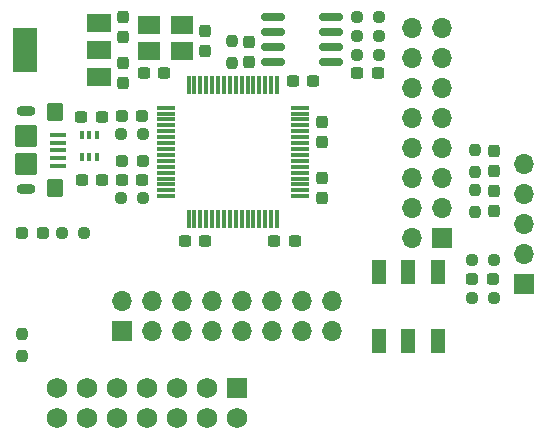
<source format=gts>
G04 #@! TF.GenerationSoftware,KiCad,Pcbnew,7.0.8*
G04 #@! TF.CreationDate,2024-04-19T19:41:21-04:00*
G04 #@! TF.ProjectId,programmer,70726f67-7261-46d6-9d65-722e6b696361,rev?*
G04 #@! TF.SameCoordinates,Original*
G04 #@! TF.FileFunction,Soldermask,Top*
G04 #@! TF.FilePolarity,Negative*
%FSLAX46Y46*%
G04 Gerber Fmt 4.6, Leading zero omitted, Abs format (unit mm)*
G04 Created by KiCad (PCBNEW 7.0.8) date 2024-04-19 19:41:21*
%MOMM*%
%LPD*%
G01*
G04 APERTURE LIST*
G04 Aperture macros list*
%AMRoundRect*
0 Rectangle with rounded corners*
0 $1 Rounding radius*
0 $2 $3 $4 $5 $6 $7 $8 $9 X,Y pos of 4 corners*
0 Add a 4 corners polygon primitive as box body*
4,1,4,$2,$3,$4,$5,$6,$7,$8,$9,$2,$3,0*
0 Add four circle primitives for the rounded corners*
1,1,$1+$1,$2,$3*
1,1,$1+$1,$4,$5*
1,1,$1+$1,$6,$7*
1,1,$1+$1,$8,$9*
0 Add four rect primitives between the rounded corners*
20,1,$1+$1,$2,$3,$4,$5,0*
20,1,$1+$1,$4,$5,$6,$7,0*
20,1,$1+$1,$6,$7,$8,$9,0*
20,1,$1+$1,$8,$9,$2,$3,0*%
G04 Aperture macros list end*
%ADD10RoundRect,0.237500X-0.250000X-0.237500X0.250000X-0.237500X0.250000X0.237500X-0.250000X0.237500X0*%
%ADD11RoundRect,0.237500X-0.300000X-0.237500X0.300000X-0.237500X0.300000X0.237500X-0.300000X0.237500X0*%
%ADD12R,1.700000X1.700000*%
%ADD13O,1.700000X1.700000*%
%ADD14RoundRect,0.237500X-0.237500X0.250000X-0.237500X-0.250000X0.237500X-0.250000X0.237500X0.250000X0*%
%ADD15RoundRect,0.237500X0.287500X0.237500X-0.287500X0.237500X-0.287500X-0.237500X0.287500X-0.237500X0*%
%ADD16R,2.000000X1.500000*%
%ADD17R,2.000000X3.800000*%
%ADD18RoundRect,0.237500X0.237500X-0.287500X0.237500X0.287500X-0.237500X0.287500X-0.237500X-0.287500X0*%
%ADD19RoundRect,0.237500X0.300000X0.237500X-0.300000X0.237500X-0.300000X-0.237500X0.300000X-0.237500X0*%
%ADD20RoundRect,0.150000X-0.825000X-0.150000X0.825000X-0.150000X0.825000X0.150000X-0.825000X0.150000X0*%
%ADD21R,1.200000X2.000000*%
%ADD22RoundRect,0.237500X0.237500X-0.250000X0.237500X0.250000X-0.237500X0.250000X-0.237500X-0.250000X0*%
%ADD23RoundRect,0.237500X0.250000X0.237500X-0.250000X0.237500X-0.250000X-0.237500X0.250000X-0.237500X0*%
%ADD24RoundRect,0.237500X0.237500X-0.300000X0.237500X0.300000X-0.237500X0.300000X-0.237500X-0.300000X0*%
%ADD25R,1.950000X1.650000*%
%ADD26RoundRect,0.075000X-0.700000X-0.075000X0.700000X-0.075000X0.700000X0.075000X-0.700000X0.075000X0*%
%ADD27RoundRect,0.075000X-0.075000X-0.700000X0.075000X-0.700000X0.075000X0.700000X-0.075000X0.700000X0*%
%ADD28RoundRect,0.237500X-0.237500X0.287500X-0.237500X-0.287500X0.237500X-0.287500X0.237500X0.287500X0*%
%ADD29RoundRect,0.237500X-0.237500X0.300000X-0.237500X-0.300000X0.237500X-0.300000X0.237500X0.300000X0*%
%ADD30R,0.400000X0.650000*%
%ADD31RoundRect,0.100000X-0.575000X0.100000X-0.575000X-0.100000X0.575000X-0.100000X0.575000X0.100000X0*%
%ADD32RoundRect,0.250000X-0.450000X0.550000X-0.450000X-0.550000X0.450000X-0.550000X0.450000X0.550000X0*%
%ADD33RoundRect,0.250000X-0.700000X0.700000X-0.700000X-0.700000X0.700000X-0.700000X0.700000X0.700000X0*%
%ADD34O,1.600000X0.900000*%
%ADD35RoundRect,0.102000X-0.765000X-0.765000X0.765000X-0.765000X0.765000X0.765000X-0.765000X0.765000X0*%
%ADD36C,1.734000*%
G04 APERTURE END LIST*
D10*
X106487500Y-73956442D03*
X108312500Y-73956442D03*
D11*
X103096183Y-72492595D03*
X104821183Y-72492595D03*
D12*
X106560000Y-90600000D03*
D13*
X106560000Y-88060000D03*
X109100000Y-90600000D03*
X109100000Y-88060000D03*
X111640000Y-90600000D03*
X111640000Y-88060000D03*
X114180000Y-90600000D03*
X114180000Y-88060000D03*
X116720000Y-90600000D03*
X116720000Y-88060000D03*
X119260000Y-90600000D03*
X119260000Y-88060000D03*
X121800000Y-90600000D03*
X121800000Y-88060000D03*
X124340000Y-90600000D03*
X124340000Y-88060000D03*
D14*
X136400000Y-78700000D03*
X136400000Y-80525000D03*
D15*
X99868514Y-82330000D03*
X98118514Y-82330000D03*
D16*
X104618135Y-69099840D03*
X104618135Y-66799840D03*
X104618135Y-64499840D03*
D17*
X98318135Y-66799840D03*
D10*
X106478919Y-79322778D03*
X108303919Y-79322778D03*
D15*
X108270350Y-72400000D03*
X106520350Y-72400000D03*
D11*
X121000000Y-69400000D03*
X122725000Y-69400000D03*
D18*
X138000000Y-77087500D03*
X138000000Y-75337500D03*
D15*
X108279730Y-76190619D03*
X106529730Y-76190619D03*
D11*
X126475000Y-68800000D03*
X128200000Y-68800000D03*
D19*
X113600000Y-83000000D03*
X111875000Y-83000000D03*
D10*
X126462500Y-64000000D03*
X128287500Y-64000000D03*
D20*
X119325000Y-64032500D03*
X119325000Y-65302500D03*
X119325000Y-66572500D03*
X119325000Y-67842500D03*
X124275000Y-67842500D03*
X124275000Y-66572500D03*
X124275000Y-65302500D03*
X124275000Y-64032500D03*
D21*
X128300000Y-85628958D03*
X130800000Y-85628958D03*
X133300000Y-85628958D03*
X128300000Y-91428958D03*
X130800000Y-91428958D03*
X133300000Y-91428958D03*
D22*
X136400000Y-77125000D03*
X136400000Y-75300000D03*
D10*
X136175000Y-84612500D03*
X138000000Y-84612500D03*
D12*
X133604533Y-82775466D03*
D13*
X131064533Y-82775466D03*
X133604533Y-80235466D03*
X131064533Y-80235466D03*
X133604533Y-77695466D03*
X131064533Y-77695466D03*
X133604533Y-75155466D03*
X131064533Y-75155466D03*
X133604533Y-72615466D03*
X131064533Y-72615466D03*
X133604533Y-70075466D03*
X131064533Y-70075466D03*
X133604533Y-67535466D03*
X131064533Y-67535466D03*
X133604533Y-64995466D03*
X131064533Y-64995466D03*
D23*
X138000000Y-87812500D03*
X136175000Y-87812500D03*
D22*
X115860061Y-67902961D03*
X115860061Y-66077961D03*
D24*
X123483656Y-74599805D03*
X123483656Y-72874805D03*
D10*
X101468514Y-82330000D03*
X103293514Y-82330000D03*
X126462500Y-65600000D03*
X128287500Y-65600000D03*
D24*
X113587129Y-66922561D03*
X113587129Y-65197561D03*
D11*
X119437500Y-83000000D03*
X121162500Y-83000000D03*
D25*
X111600000Y-64700000D03*
X108850000Y-64700000D03*
X108850000Y-66900000D03*
X111600000Y-66900000D03*
D19*
X108262500Y-77800000D03*
X106537500Y-77800000D03*
D11*
X108387500Y-68800000D03*
X110112500Y-68800000D03*
D10*
X126462500Y-67200000D03*
X128287500Y-67200000D03*
D15*
X137950000Y-86212500D03*
X136200000Y-86212500D03*
D26*
X110250000Y-71700000D03*
X110250000Y-72200000D03*
X110250000Y-72700000D03*
X110250000Y-73200000D03*
X110250000Y-73700000D03*
X110250000Y-74200000D03*
X110250000Y-74700000D03*
X110250000Y-75200000D03*
X110250000Y-75700000D03*
X110250000Y-76200000D03*
X110250000Y-76700000D03*
X110250000Y-77200000D03*
X110250000Y-77700000D03*
X110250000Y-78200000D03*
X110250000Y-78700000D03*
X110250000Y-79200000D03*
D27*
X112175000Y-81125000D03*
X112675000Y-81125000D03*
X113175000Y-81125000D03*
X113675000Y-81125000D03*
X114175000Y-81125000D03*
X114675000Y-81125000D03*
X115175000Y-81125000D03*
X115675000Y-81125000D03*
X116175000Y-81125000D03*
X116675000Y-81125000D03*
X117175000Y-81125000D03*
X117675000Y-81125000D03*
X118175000Y-81125000D03*
X118675000Y-81125000D03*
X119175000Y-81125000D03*
X119675000Y-81125000D03*
D26*
X121600000Y-79200000D03*
X121600000Y-78700000D03*
X121600000Y-78200000D03*
X121600000Y-77700000D03*
X121600000Y-77200000D03*
X121600000Y-76700000D03*
X121600000Y-76200000D03*
X121600000Y-75700000D03*
X121600000Y-75200000D03*
X121600000Y-74700000D03*
X121600000Y-74200000D03*
X121600000Y-73700000D03*
X121600000Y-73200000D03*
X121600000Y-72700000D03*
X121600000Y-72200000D03*
X121600000Y-71700000D03*
D27*
X119675000Y-69775000D03*
X119175000Y-69775000D03*
X118675000Y-69775000D03*
X118175000Y-69775000D03*
X117675000Y-69775000D03*
X117175000Y-69775000D03*
X116675000Y-69775000D03*
X116175000Y-69775000D03*
X115675000Y-69775000D03*
X115175000Y-69775000D03*
X114675000Y-69775000D03*
X114175000Y-69775000D03*
X113675000Y-69775000D03*
X113175000Y-69775000D03*
X112675000Y-69775000D03*
X112175000Y-69775000D03*
D28*
X138000000Y-78737500D03*
X138000000Y-80487500D03*
D29*
X123464137Y-77624011D03*
X123464137Y-79349011D03*
D24*
X106600000Y-65725000D03*
X106600000Y-64000000D03*
X117334625Y-67851973D03*
X117334625Y-66126973D03*
D11*
X103158683Y-77800000D03*
X104883683Y-77800000D03*
D30*
X103121183Y-75892595D03*
X103771183Y-75892595D03*
X104421183Y-75892595D03*
X104421183Y-73992595D03*
X103771183Y-73992595D03*
X103121183Y-73992595D03*
D29*
X106606486Y-67884316D03*
X106606486Y-69609316D03*
D31*
X101125000Y-74008885D03*
X101125000Y-74658885D03*
X101125000Y-75308885D03*
X101125000Y-75958885D03*
X101125000Y-76608885D03*
D32*
X100900000Y-72108885D03*
X100900000Y-78508885D03*
D33*
X98450000Y-74108885D03*
X98450000Y-76508885D03*
D34*
X98450000Y-72008885D03*
X98450000Y-78608885D03*
D22*
X98100000Y-92712500D03*
X98100000Y-90887500D03*
D12*
X140600000Y-86632500D03*
D13*
X140600000Y-84092500D03*
X140600000Y-81552500D03*
X140600000Y-79012500D03*
X140600000Y-76472500D03*
D35*
X116300000Y-95460000D03*
D36*
X116300000Y-98000000D03*
X113760000Y-95460000D03*
X113760000Y-98000000D03*
X111220000Y-95460000D03*
X111220000Y-98000000D03*
X108680000Y-95460000D03*
X108680000Y-98000000D03*
X106140000Y-95460000D03*
X106140000Y-98000000D03*
X103600000Y-95460000D03*
X103600000Y-98000000D03*
X101060000Y-95460000D03*
X101060000Y-98000000D03*
M02*

</source>
